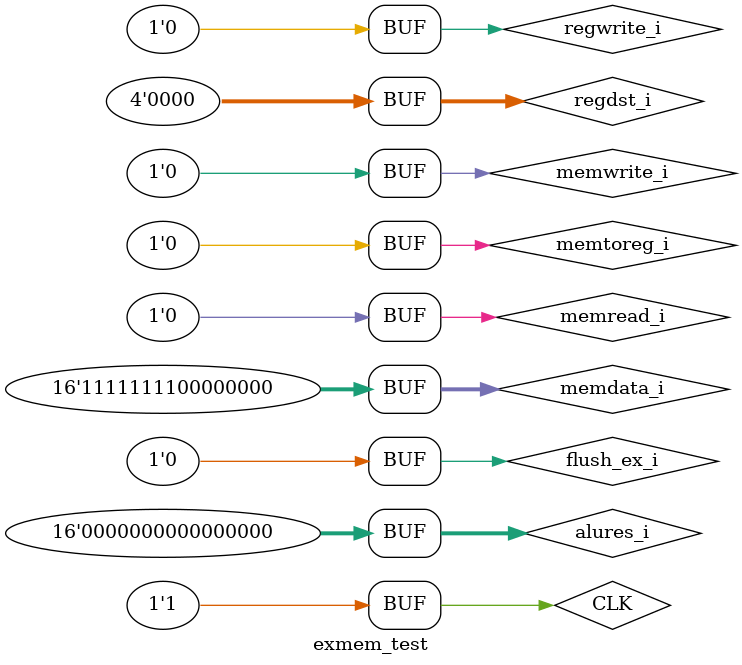
<source format=v>
`timescale 1ns / 1ps


module exmem_test;

	// Inputs
	reg CLK;
	reg flush_ex_i;
	reg regwrite_i;
	reg memtoreg_i;
	reg memread_i;
	reg memwrite_i;
	reg [15:0] memdata_i;
	reg [3:0] regdst_i;
	reg [15:0] alures_i;

	// Outputs
	wire regwrite_o;
	wire memtoreg_o;
	wire memread_o;
	wire memwrite_o;
	wire [15:0] memdata_o;
	wire [3:0] regdst_o;
	wire [15:0] alures_o;

	// Instantiate the Unit Under Test (UUT)
	ex_mem uut (
		.CLK(CLK), 
		.flush_ex_i(flush_ex_i), 
		.regwrite_i(regwrite_i), 
		.memtoreg_i(memtoreg_i), 
		.memread_i(memread_i), 
		.memwrite_i(memwrite_i), 
		.memdata_i(memdata_i), 
		.regdst_i(regdst_i), 
		.alures_i(alures_i), 
		.regwrite_o(regwrite_o), 
		.memtoreg_o(memtoreg_o), 
		.memread_o(memread_o), 
		.memwrite_o(memwrite_o), 
		.memdata_o(memdata_o), 
		.regdst_o(regdst_o), 
		.alures_o(alures_o)
	);

	initial begin
		// Initialize Inputs
		CLK = 0;
		flush_ex_i = 0;
		regwrite_i = 0;
		memtoreg_i = 0;
		memread_i = 0;
		memwrite_i = 0;
		memdata_i = 0;
		regdst_i = 0;
		alures_i = 0;

		// Wait 100 ns for global reset to finish
		#100;
        
		// Add stimulus here
		memdata_i = 16'hFF00;
		#10;
		CLK = 1;
	end
      
endmodule


</source>
